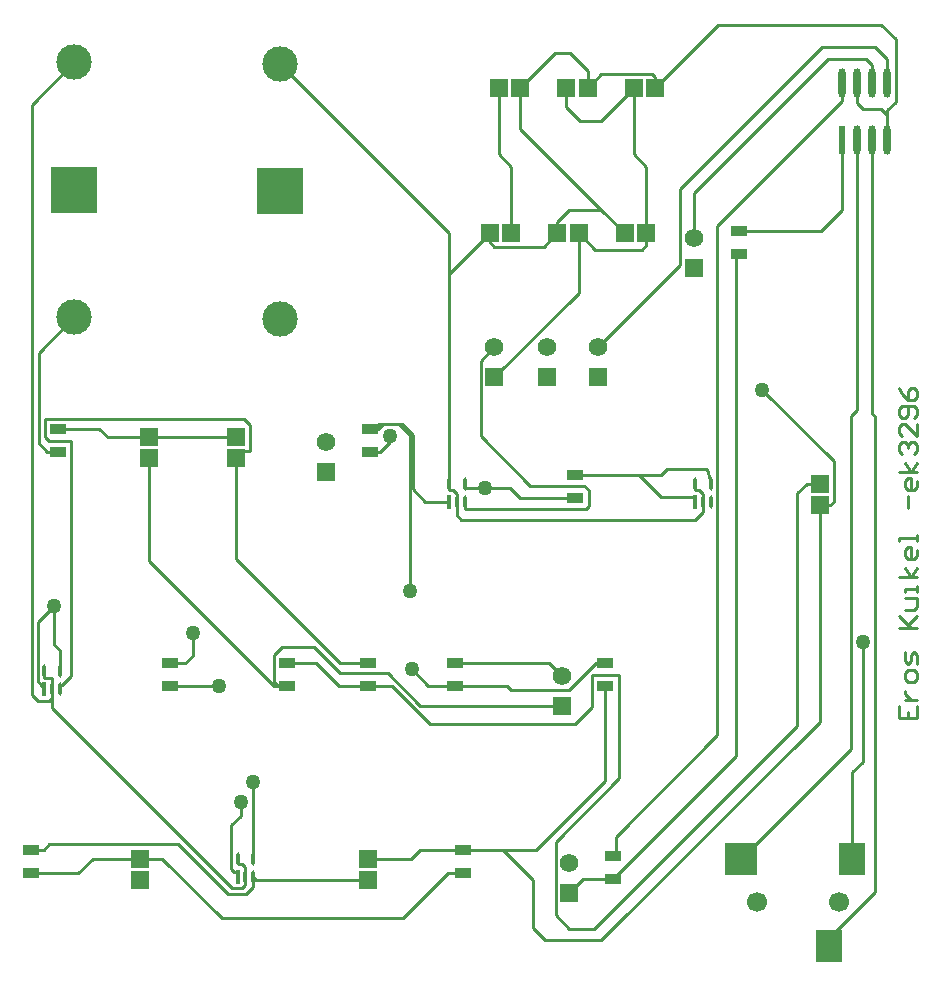
<source format=gtl>
G04*
G04 #@! TF.GenerationSoftware,Altium Limited,Altium Designer,21.5.1 (32)*
G04*
G04 Layer_Physical_Order=1*
G04 Layer_Color=255*
%FSLAX25Y25*%
%MOIN*%
G70*
G04*
G04 #@! TF.SameCoordinates,D1CED41D-7284-4930-815C-7774E47D36BB*
G04*
G04*
G04 #@! TF.FilePolarity,Positive*
G04*
G01*
G75*
%ADD13C,0.01000*%
%ADD14R,0.06102X0.06102*%
%ADD15R,0.08661X0.11024*%
%ADD16R,0.11024X0.11024*%
%ADD17R,0.05709X0.03740*%
%ADD18R,0.15590X0.15590*%
%ADD19R,0.01322X0.04583*%
G04:AMPARAMS|DCode=20|XSize=45.83mil|YSize=13.22mil|CornerRadius=6.61mil|HoleSize=0mil|Usage=FLASHONLY|Rotation=90.000|XOffset=0mil|YOffset=0mil|HoleType=Round|Shape=RoundedRectangle|*
%AMROUNDEDRECTD20*
21,1,0.04583,0.00000,0,0,90.0*
21,1,0.03260,0.01322,0,0,90.0*
1,1,0.01322,0.00000,0.01630*
1,1,0.01322,0.00000,-0.01630*
1,1,0.01322,0.00000,-0.01630*
1,1,0.01322,0.00000,0.01630*
%
%ADD20ROUNDEDRECTD20*%
G04:AMPARAMS|DCode=21|XSize=97.4mil|YSize=24.49mil|CornerRadius=12.25mil|HoleSize=0mil|Usage=FLASHONLY|Rotation=90.000|XOffset=0mil|YOffset=0mil|HoleType=Round|Shape=RoundedRectangle|*
%AMROUNDEDRECTD21*
21,1,0.09740,0.00000,0,0,90.0*
21,1,0.07291,0.02449,0,0,90.0*
1,1,0.02449,0.00000,0.03646*
1,1,0.02449,0.00000,-0.03646*
1,1,0.02449,0.00000,-0.03646*
1,1,0.02449,0.00000,0.03646*
%
%ADD21ROUNDEDRECTD21*%
%ADD22R,0.02449X0.09740*%
%ADD23R,0.06102X0.06102*%
%ADD31C,0.06181*%
%ADD32R,0.06181X0.06181*%
%ADD34C,0.06693*%
%ADD35C,0.11811*%
%ADD36C,0.05000*%
D13*
X60000Y182043D02*
X89000D01*
X29500Y184839D02*
X43300D01*
X46095Y182043D01*
X60000D01*
X225543Y250000D02*
Y272200D01*
X221457Y276287D02*
X225543Y272200D01*
X221457Y276287D02*
Y298500D01*
X180543Y250000D02*
Y272200D01*
X176457Y276287D02*
X180543Y272200D01*
X176457Y276287D02*
Y298500D01*
X20500Y36661D02*
X36300D01*
X41182Y41543D01*
X57000D01*
X133000D02*
X147300D01*
X150095Y44339D01*
X164500D01*
X191357Y245400D02*
X195957Y250000D01*
X175000Y245400D02*
X191357D01*
X173457Y246943D02*
X175000Y245400D01*
X173457Y246943D02*
Y250000D01*
X203043D02*
X208500Y244543D01*
X224087D01*
X225543Y246000D01*
Y250000D01*
X183543Y298500D02*
X195043Y310000D01*
X200043D01*
X206043Y304000D01*
Y298500D02*
Y304000D01*
X198957Y292000D02*
Y298500D01*
Y292000D02*
X203557Y287400D01*
X210357D01*
X221457Y298500D01*
X206043D02*
X210643Y303100D01*
X227443D01*
X228543Y302000D01*
Y298500D02*
Y302000D01*
X183600Y161661D02*
X202000D01*
X180261Y165000D02*
X183600Y161661D01*
X165059Y165000D02*
Y166532D01*
X159941Y236484D02*
X173457Y250000D01*
X175000Y202000D02*
X203043Y230043D01*
Y250000D01*
X208935Y106839D02*
X212000D01*
X199997Y97900D02*
X208935Y106839D01*
X180361Y97900D02*
X199997D01*
X179100Y99161D02*
X180361Y97900D01*
X162000Y99161D02*
X179100D01*
X291000Y294000D02*
Y300012D01*
X249300Y252300D02*
X291000Y294000D01*
X249300Y82600D02*
Y252300D01*
X215500Y48800D02*
X249300Y82600D01*
X214500Y42339D02*
X215500D01*
X214500Y34661D02*
X255600Y75761D01*
Y243161D02*
X256500D01*
X257323Y41567D02*
X293780Y78024D01*
Y188974D01*
X296000Y191194D01*
Y280988D01*
X170400Y207400D02*
X175000Y212000D01*
X170400Y182300D02*
Y207400D01*
Y182300D02*
X186800Y165900D01*
X205000D01*
X206400Y164500D01*
Y159000D02*
Y164500D01*
X205400Y158000D02*
X206400Y159000D01*
X165059Y158000D02*
Y160468D01*
X286457Y12433D02*
Y15200D01*
X301800Y30543D01*
Y188974D01*
X301000Y189774D02*
X301800Y188974D01*
X301000Y189774D02*
Y280988D01*
X209500Y212000D02*
X236900Y239400D01*
Y264800D01*
X284300Y312200D01*
X301800D01*
X306000Y308000D01*
Y300012D02*
Y308000D01*
X150200Y92500D02*
X197500D01*
X139400Y103300D02*
X150200Y92500D01*
X123400Y103300D02*
X139400D01*
X114700Y112000D02*
X123400Y103300D01*
X104300Y112000D02*
X114700D01*
X101600Y109300D02*
X104300Y112000D01*
X101600Y100561D02*
Y109300D01*
Y100561D02*
X103000Y99161D01*
X89000Y141500D02*
Y174957D01*
Y141500D02*
X123661Y106839D01*
X133000D01*
X106000D02*
X115600D01*
X123277Y99161D01*
X133000D01*
X159500Y36661D02*
X164500D01*
X144439Y21600D02*
X159500Y36661D01*
X84100Y21600D02*
X144439D01*
X64157Y41543D02*
X84100Y21600D01*
X57000Y41543D02*
X64157D01*
X301000Y300012D02*
Y306000D01*
X298900Y308100D02*
X301000Y306000D01*
X286300Y308100D02*
X298900D01*
X241500Y263300D02*
X286300Y308100D01*
X241500Y248500D02*
Y263300D01*
X291000Y257900D02*
Y280988D01*
X283939Y250839D02*
X291000Y257900D01*
X256500Y250839D02*
X283939D01*
X304000Y291400D02*
X306000Y289400D01*
X298000Y291400D02*
X304000D01*
X296000Y293400D02*
X298000Y291400D01*
X296000Y293400D02*
Y300012D01*
X140300Y180461D02*
Y182400D01*
X137000Y177161D02*
X140300Y180461D01*
X133500Y177161D02*
X137000D01*
X137839Y186404D02*
X144274D01*
X147800Y182878D01*
Y164600D02*
Y182878D01*
Y164600D02*
X152000Y160400D01*
X159941D02*
Y160468D01*
X60000Y140761D02*
X101600Y99161D01*
X60000Y140761D02*
Y174957D01*
X67000Y99161D02*
X83300D01*
X146800Y130900D02*
Y182900D01*
X143300Y186400D02*
X146800Y182900D01*
X133500Y184839D02*
X136200D01*
X244500Y157000D02*
Y160468D01*
X242000Y154500D02*
X244500Y157000D01*
X164000Y154500D02*
X242000D01*
X162500Y156000D02*
X164000Y154500D01*
X162500Y156000D02*
Y160468D01*
X24941Y101800D02*
Y104032D01*
X27500Y97968D02*
Y101800D01*
X20500Y44339D02*
X24700D01*
X26661Y46300D01*
X69400D01*
X86023Y29677D01*
X92236D01*
X94559Y32000D01*
Y35468D01*
X89441Y39900D02*
Y41532D01*
X91000Y39900D02*
X92000Y38900D01*
Y35468D02*
Y38900D01*
X89441Y35468D02*
Y37000D01*
X87200Y38000D02*
X88200Y37000D01*
X87200Y38000D02*
Y52600D01*
X90500Y55900D01*
Y60300D01*
X241941Y164300D02*
Y166532D01*
X243200Y164300D02*
X244500Y163000D01*
Y160468D02*
Y163000D01*
X241941Y160468D02*
Y162100D01*
X223161Y169339D02*
X230400Y162100D01*
X159941Y164300D02*
Y166532D01*
X161200Y164300D02*
X162500Y163000D01*
Y160468D02*
Y163000D01*
X195957Y250000D02*
Y253813D01*
X200000Y257857D01*
X210600D01*
X218457Y250000D01*
X103500Y306520D02*
X159941Y250079D01*
X183543Y284913D02*
Y298500D01*
X228543D02*
X249543Y319500D01*
X304000D01*
X308800Y314700D01*
Y293800D02*
Y314700D01*
X306000Y291000D02*
X308800Y293800D01*
X20700Y292720D02*
X35000Y307020D01*
X20700Y96000D02*
Y292720D01*
Y96000D02*
X22700Y94000D01*
X26500D01*
X27500Y95000D01*
Y97968D01*
Y91800D02*
X87623Y31677D01*
X90777D01*
X92000Y32900D01*
Y35468D01*
X297800Y73900D02*
Y113700D01*
X294331Y70431D02*
X297800Y73900D01*
X294331Y41567D02*
Y70431D01*
X133000Y99161D02*
X140700D01*
X153561Y86300D01*
X201900D01*
X207600Y92000D01*
Y102600D01*
X216500D01*
Y68260D02*
Y102600D01*
X195400Y47160D02*
X216500Y68260D01*
X195400Y22800D02*
Y47160D01*
Y22800D02*
X200000Y18200D01*
X208300D01*
X276000Y85900D01*
Y163300D01*
X279243Y166543D01*
X283500D01*
X89000Y174957D02*
X91443Y177400D01*
X93600D01*
Y186000D01*
X91391Y188209D02*
X93600Y186000D01*
X25146Y188209D02*
X91391D01*
X25146Y182000D02*
Y188209D01*
Y182000D02*
X26546Y180600D01*
X33900D01*
Y102400D02*
Y180600D01*
X31000Y99500D02*
X33900Y102400D01*
X30059Y97968D02*
Y99500D01*
X22700Y100900D02*
X24941Y97968D01*
X22700Y100900D02*
Y120300D01*
X28300Y125900D01*
X30059Y104032D02*
Y111000D01*
X28300Y112759D02*
X30059Y111000D01*
X28300Y112759D02*
Y125900D01*
X200000Y30000D02*
X204661Y34661D01*
X214500D01*
X246000Y171300D02*
X247059Y166532D01*
X232400Y171300D02*
X246000D01*
X230439Y169339D02*
X232400Y171300D01*
X67000Y106839D02*
X72000D01*
X74400Y109239D01*
Y116800D01*
X193161Y106839D02*
X197500Y102500D01*
X162000Y106839D02*
X193161D01*
X94559Y41532D02*
Y67218D01*
X147500Y104600D02*
X152939Y99161D01*
X162000D01*
X94559Y35468D02*
X95571Y34457D01*
X133000D01*
X23146Y210126D02*
X35000Y221980D01*
X23146Y180000D02*
Y210126D01*
Y180000D02*
X25984Y177161D01*
X29500D01*
X283500Y87200D02*
Y159457D01*
X210600Y14300D02*
X283500Y87200D01*
X192000Y14300D02*
X210600D01*
X188000Y18300D02*
X192000Y14300D01*
X188000Y18300D02*
Y34300D01*
X177961Y44339D02*
X188000Y34300D01*
X264200Y197900D02*
X288100Y174000D01*
Y160557D02*
Y174000D01*
X287000Y159457D02*
X288100Y160557D01*
X283500Y159457D02*
X287000D01*
X188939Y44339D02*
X212000Y67400D01*
Y99161D01*
X27500Y91800D02*
Y95000D01*
X24941Y101800D02*
X27500D01*
X89441Y39900D02*
X91000D01*
X159941Y166532D02*
Y236484D01*
Y250079D01*
Y164300D02*
X161200D01*
X183543Y284913D02*
X210600Y257857D01*
X241941Y164300D02*
X243200D01*
X306000Y280988D02*
Y289400D01*
Y291000D01*
X215500Y42339D02*
Y48800D01*
X30059Y99500D02*
X31000D01*
X255600Y75761D02*
Y243161D01*
X230400Y162100D02*
X241941D01*
X202000Y169339D02*
X223161D01*
X230439D01*
X165059Y165000D02*
X172000D01*
X180261D01*
X136200Y184839D02*
X136274D01*
X136200D02*
Y186400D01*
X137835D01*
X143300D01*
X152000Y160400D02*
X159941D01*
X136274Y184839D02*
X137835Y186400D01*
X137839Y186404D01*
X88200Y37000D02*
X89441D01*
X101600Y99161D02*
X103000D01*
X106000D01*
X164500Y44339D02*
X177961D01*
X188939D01*
X165059Y158000D02*
X205400D01*
X310002Y92499D02*
Y88500D01*
X316000D01*
Y92499D01*
X313001Y88500D02*
Y90499D01*
X312001Y94498D02*
X316000D01*
X314001D01*
X313001Y95498D01*
X312001Y96497D01*
Y97497D01*
X316000Y101496D02*
Y103495D01*
X315000Y104495D01*
X313001D01*
X312001Y103495D01*
Y101496D01*
X313001Y100496D01*
X315000D01*
X316000Y101496D01*
Y106494D02*
Y109493D01*
X315000Y110493D01*
X314001Y109493D01*
Y107494D01*
X313001Y106494D01*
X312001Y107494D01*
Y110493D01*
X310002Y118490D02*
X316000D01*
X314001D01*
X310002Y122489D01*
X313001Y119490D01*
X316000Y122489D01*
X312001Y124488D02*
X315000D01*
X316000Y125488D01*
Y128487D01*
X312001D01*
X316000Y130486D02*
Y132486D01*
Y131486D01*
X312001D01*
Y130486D01*
X316000Y135485D02*
X310002D01*
X314001D02*
X312001Y138484D01*
X314001Y135485D02*
X316000Y138484D01*
Y144482D02*
Y142482D01*
X315000Y141483D01*
X313001D01*
X312001Y142482D01*
Y144482D01*
X313001Y145482D01*
X314001D01*
Y141483D01*
X316000Y147481D02*
Y149480D01*
Y148481D01*
X310002D01*
Y147481D01*
X313001Y158477D02*
Y162476D01*
X316000Y167474D02*
Y165475D01*
X315000Y164475D01*
X313001D01*
X312001Y165475D01*
Y167474D01*
X313001Y168474D01*
X314001D01*
Y164475D01*
X316000Y170474D02*
X310002D01*
X314001D02*
X312001Y173472D01*
X314001Y170474D02*
X316000Y173472D01*
X311002Y176471D02*
X310002Y177471D01*
Y179471D01*
X311002Y180470D01*
X312001D01*
X313001Y179471D01*
Y178471D01*
Y179471D01*
X314001Y180470D01*
X315000D01*
X316000Y179471D01*
Y177471D01*
X315000Y176471D01*
X316000Y186468D02*
Y182470D01*
X312001Y186468D01*
X311002D01*
X310002Y185469D01*
Y183469D01*
X311002Y182470D01*
X315000Y188468D02*
X316000Y189467D01*
Y191467D01*
X315000Y192466D01*
X311002D01*
X310002Y191467D01*
Y189467D01*
X311002Y188468D01*
X312001D01*
X313001Y189467D01*
Y192466D01*
X310002Y198464D02*
X311002Y196465D01*
X313001Y194466D01*
X315000D01*
X316000Y195465D01*
Y197465D01*
X315000Y198464D01*
X314001D01*
X313001Y197465D01*
Y194466D01*
D14*
X283500Y166543D02*
D03*
Y159457D02*
D03*
X133000Y34457D02*
D03*
Y41543D02*
D03*
X57000Y34457D02*
D03*
Y41543D02*
D03*
X89000Y174957D02*
D03*
Y182043D02*
D03*
X60000Y174957D02*
D03*
Y182043D02*
D03*
D15*
X286457Y12433D02*
D03*
X294331Y41567D02*
D03*
D16*
X257323D02*
D03*
D17*
X214500Y34661D02*
D03*
Y42339D02*
D03*
X202000Y161661D02*
D03*
Y169339D02*
D03*
X29500Y177161D02*
D03*
Y184839D02*
D03*
X106000Y99161D02*
D03*
Y106839D02*
D03*
X67000Y99161D02*
D03*
Y106839D02*
D03*
X256500Y243161D02*
D03*
Y250839D02*
D03*
X164500Y36661D02*
D03*
Y44339D02*
D03*
X20500Y36661D02*
D03*
Y44339D02*
D03*
X212000Y99161D02*
D03*
Y106839D02*
D03*
X162000Y99161D02*
D03*
Y106839D02*
D03*
X133000Y99161D02*
D03*
Y106839D02*
D03*
X133500Y177161D02*
D03*
Y184839D02*
D03*
D18*
X35000Y264500D02*
D03*
X103500Y264000D02*
D03*
D19*
X24941Y97968D02*
D03*
X89441Y35468D02*
D03*
X241941Y160468D02*
D03*
X159941D02*
D03*
D20*
X27500Y97968D02*
D03*
X30059D02*
D03*
Y104032D02*
D03*
X24941D02*
D03*
X92000Y35468D02*
D03*
X94559D02*
D03*
Y41532D02*
D03*
X89441D02*
D03*
X244500Y160468D02*
D03*
X247059D02*
D03*
Y166532D02*
D03*
X241941D02*
D03*
X162500Y160468D02*
D03*
X165059D02*
D03*
Y166532D02*
D03*
X159941D02*
D03*
D21*
X291000Y300012D02*
D03*
X296000D02*
D03*
X301000D02*
D03*
X306000D02*
D03*
Y280988D02*
D03*
X301000D02*
D03*
X296000D02*
D03*
D22*
X291000D02*
D03*
D23*
X221457Y298500D02*
D03*
X228543D02*
D03*
X198957D02*
D03*
X206043D02*
D03*
X176457D02*
D03*
X183543D02*
D03*
X218457Y250000D02*
D03*
X225543D02*
D03*
X195957D02*
D03*
X203043D02*
D03*
X173457D02*
D03*
X180543D02*
D03*
D31*
X209500Y212000D02*
D03*
X192500D02*
D03*
X175000D02*
D03*
X241500Y248500D02*
D03*
X200000Y40000D02*
D03*
X197500Y102500D02*
D03*
X119000Y180500D02*
D03*
D32*
X209500Y202000D02*
D03*
X192500D02*
D03*
X175000D02*
D03*
X241500Y238500D02*
D03*
X200000Y30000D02*
D03*
X197500Y92500D02*
D03*
X119000Y170500D02*
D03*
D34*
X290000Y27000D02*
D03*
X262441D02*
D03*
D35*
X35000Y307020D02*
D03*
Y221980D02*
D03*
X103500Y221480D02*
D03*
Y306520D02*
D03*
D36*
X140300Y182400D02*
D03*
X83300Y99161D02*
D03*
X146800Y130900D02*
D03*
X90500Y60300D02*
D03*
X297800Y113700D02*
D03*
X28300Y125900D02*
D03*
X74400Y116800D02*
D03*
X172000Y165000D02*
D03*
X94559Y67218D02*
D03*
X147500Y104600D02*
D03*
X264200Y197900D02*
D03*
M02*

</source>
